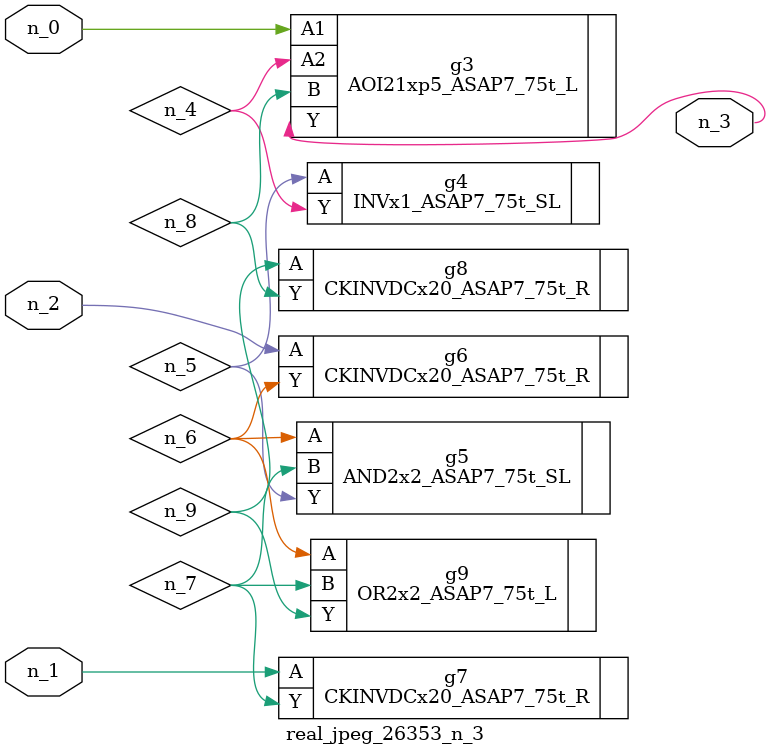
<source format=v>
module real_jpeg_26353_n_3 (n_1, n_0, n_2, n_3);

input n_1;
input n_0;
input n_2;

output n_3;

wire n_5;
wire n_8;
wire n_4;
wire n_6;
wire n_7;
wire n_9;

AOI21xp5_ASAP7_75t_L g3 ( 
.A1(n_0),
.A2(n_4),
.B(n_8),
.Y(n_3)
);

CKINVDCx20_ASAP7_75t_R g7 ( 
.A(n_1),
.Y(n_7)
);

CKINVDCx20_ASAP7_75t_R g6 ( 
.A(n_2),
.Y(n_6)
);

INVx1_ASAP7_75t_SL g4 ( 
.A(n_5),
.Y(n_4)
);

AND2x2_ASAP7_75t_SL g5 ( 
.A(n_6),
.B(n_7),
.Y(n_5)
);

OR2x2_ASAP7_75t_L g9 ( 
.A(n_6),
.B(n_7),
.Y(n_9)
);

CKINVDCx20_ASAP7_75t_R g8 ( 
.A(n_9),
.Y(n_8)
);


endmodule
</source>
